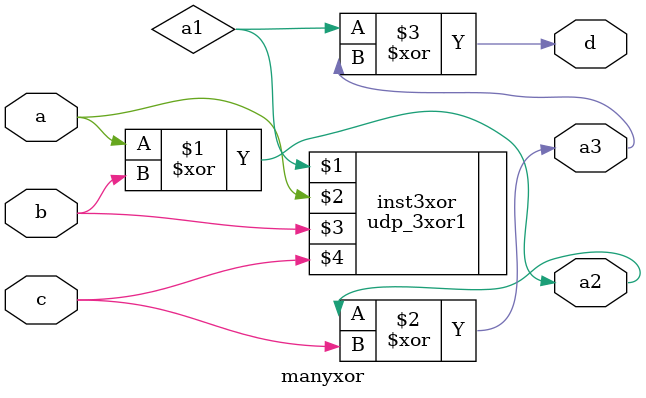
<source format=v>
module manyxor(input a, b, c, output d,  a2, a3);
wire a1 ;
udp_3xor1 inst3xor(a1, a, b, c) ;
xor ins1xor(a2, a, b) ;
xor ins2xor(a3, a2, c) ;
xor ins3xor(d, a1, a3) ;
endmodule
</source>
